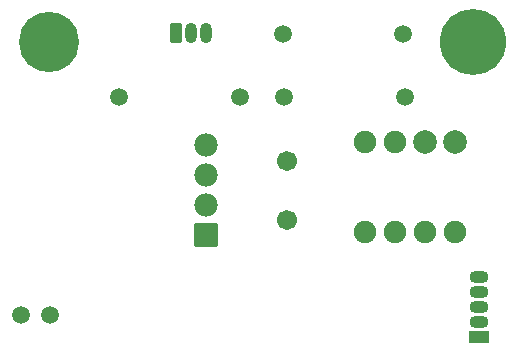
<source format=gbs>
G04 Layer: BottomSolderMaskLayer*
G04 EasyEDA v6.5.34, 2023-08-01 20:19:08*
G04 4711a0bf1bec48da934da15f769306c7,d082a57bed8c4960b86515869d5a82c3,10*
G04 Gerber Generator version 0.2*
G04 Scale: 100 percent, Rotated: No, Reflected: No *
G04 Dimensions in millimeters *
G04 leading zeros omitted , absolute positions ,4 integer and 5 decimal *
%FSLAX45Y45*%
%MOMM*%

%AMMACRO1*1,1,$1,$2,$3*1,1,$1,$4,$5*1,1,$1,0-$2,0-$3*1,1,$1,0-$4,0-$5*20,1,$1,$2,$3,$4,$5,0*20,1,$1,$4,$5,0-$2,0-$3,0*20,1,$1,0-$2,0-$3,0-$4,0-$5,0*20,1,$1,0-$4,0-$5,$2,$3,0*4,1,4,$2,$3,$4,$5,0-$2,0-$3,0-$4,0-$5,$2,$3,0*%
%ADD10C,1.7016*%
%ADD11C,1.5016*%
%ADD12O,1.0015981999999999X1.7015968*%
%ADD13MACRO1,0.1016X-0.45X0.8X0.45X0.8*%
%ADD14C,1.5016*%
%ADD15MACRO1,0.1X0.762X-0.5X-0.762X-0.5*%
%ADD16O,1.6239998000000002X1.0999978000000001*%
%ADD17C,1.9016*%
%ADD18C,2.0066*%
%ADD19MACRO1,0.1016X0.9398X-0.9398X-0.9398X-0.9398*%
%ADD20C,1.9812*%
%ADD21C,5.6016*%
%ADD22C,5.1016*%

%LPD*%
D10*
G01*
X2489200Y1951786D03*
G01*
X2489200Y1451787D03*
D11*
G01*
X235457Y647700D03*
G01*
X475742Y647700D03*
D12*
G01*
X1803400Y3035300D03*
G01*
X1676400Y3035300D03*
D13*
G01*
X1549401Y3035300D03*
D14*
G01*
X2449093Y3022600D03*
G01*
X3469106Y3022600D03*
G01*
X2461793Y2489200D03*
G01*
X3481806Y2489200D03*
G01*
X1064793Y2489200D03*
G01*
X2084806Y2489200D03*
D15*
G01*
X4114800Y457200D03*
D16*
G01*
X4114800Y584200D03*
G01*
X4114800Y711200D03*
G01*
X4114800Y838200D03*
G01*
X4114800Y965200D03*
D17*
G01*
X3149600Y1346200D03*
G01*
X3403600Y1346200D03*
G01*
X3657600Y1346200D03*
G01*
X3911600Y1346200D03*
D18*
G01*
X3911600Y2108200D03*
D17*
G01*
X3403600Y2108200D03*
G01*
X3149600Y2108200D03*
D18*
G01*
X3657600Y2108200D03*
D19*
G01*
X1799996Y1318996D03*
D20*
G01*
X1799996Y1572996D03*
G01*
X1799996Y1826996D03*
G01*
X1799996Y2080996D03*
D21*
G01*
X4064000Y2959100D03*
D22*
G01*
X469900Y2959100D03*
M02*

</source>
